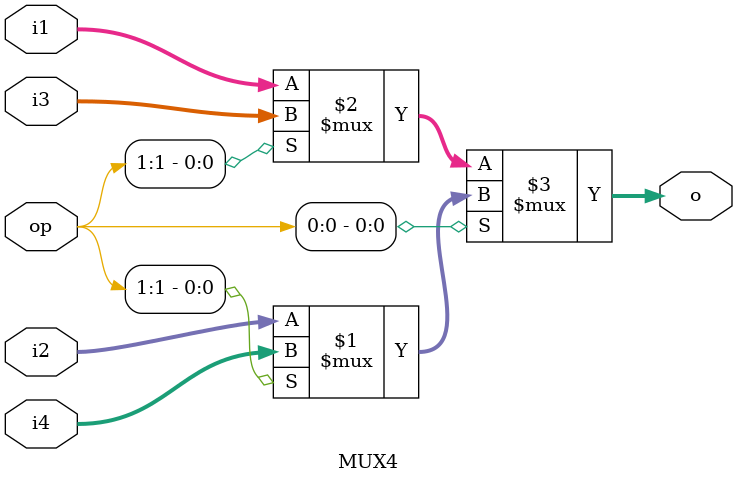
<source format=v>
`timescale 1ns / 1ps


module MUX4(
input [31:0]i1,
input [31:0]i2,
input [31:0]i3,
input [31:0]i4,
input [1:0]op,
output [31:0]o
    );
assign o=op[0]?(op[1]?i4:i2):(op[1]?i3:i1);
endmodule

</source>
